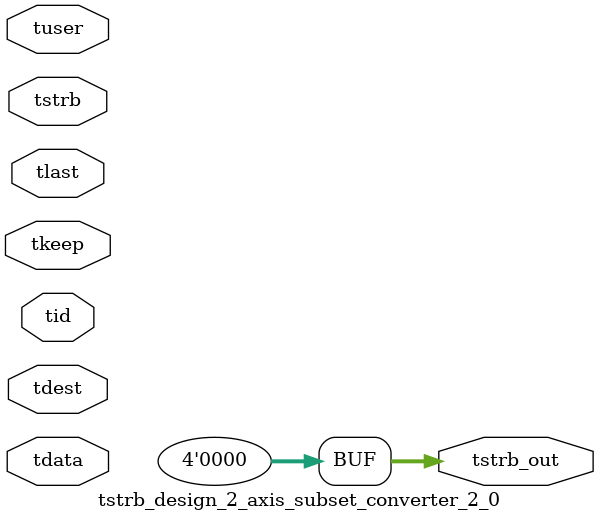
<source format=v>


`timescale 1ps/1ps

module tstrb_design_2_axis_subset_converter_2_0 #
(
parameter C_S_AXIS_TDATA_WIDTH = 32,
parameter C_S_AXIS_TUSER_WIDTH = 0,
parameter C_S_AXIS_TID_WIDTH   = 0,
parameter C_S_AXIS_TDEST_WIDTH = 0,
parameter C_M_AXIS_TDATA_WIDTH = 32
)
(
input  [(C_S_AXIS_TDATA_WIDTH == 0 ? 1 : C_S_AXIS_TDATA_WIDTH)-1:0     ] tdata,
input  [(C_S_AXIS_TUSER_WIDTH == 0 ? 1 : C_S_AXIS_TUSER_WIDTH)-1:0     ] tuser,
input  [(C_S_AXIS_TID_WIDTH   == 0 ? 1 : C_S_AXIS_TID_WIDTH)-1:0       ] tid,
input  [(C_S_AXIS_TDEST_WIDTH == 0 ? 1 : C_S_AXIS_TDEST_WIDTH)-1:0     ] tdest,
input  [(C_S_AXIS_TDATA_WIDTH/8)-1:0 ] tkeep,
input  [(C_S_AXIS_TDATA_WIDTH/8)-1:0 ] tstrb,
input                                                                    tlast,
output [(C_M_AXIS_TDATA_WIDTH/8)-1:0 ] tstrb_out
);

assign tstrb_out = {1'b0};

endmodule


</source>
